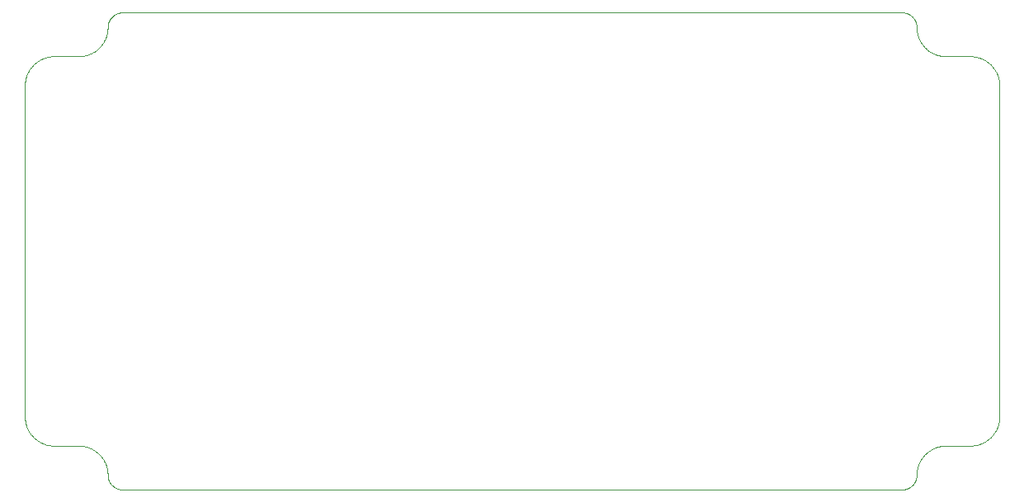
<source format=gbp>
G75*
%MOIN*%
%OFA0B0*%
%FSLAX25Y25*%
%IPPOS*%
%LPD*%
%AMOC8*
5,1,8,0,0,1.08239X$1,22.5*
%
%ADD10C,0.00394*%
D10*
X0039406Y0022717D02*
X0049249Y0022717D01*
X0039406Y0022717D02*
X0039121Y0022720D01*
X0038835Y0022731D01*
X0038550Y0022748D01*
X0038266Y0022772D01*
X0037982Y0022803D01*
X0037699Y0022841D01*
X0037418Y0022886D01*
X0037137Y0022937D01*
X0036857Y0022995D01*
X0036579Y0023060D01*
X0036303Y0023132D01*
X0036029Y0023210D01*
X0035756Y0023295D01*
X0035486Y0023387D01*
X0035218Y0023485D01*
X0034952Y0023589D01*
X0034689Y0023700D01*
X0034429Y0023817D01*
X0034171Y0023940D01*
X0033917Y0024070D01*
X0033666Y0024206D01*
X0033418Y0024347D01*
X0033174Y0024495D01*
X0032933Y0024648D01*
X0032697Y0024808D01*
X0032464Y0024973D01*
X0032235Y0025143D01*
X0032010Y0025319D01*
X0031790Y0025501D01*
X0031574Y0025687D01*
X0031363Y0025879D01*
X0031156Y0026076D01*
X0030954Y0026278D01*
X0030757Y0026485D01*
X0030565Y0026696D01*
X0030379Y0026912D01*
X0030197Y0027132D01*
X0030021Y0027357D01*
X0029851Y0027586D01*
X0029686Y0027819D01*
X0029526Y0028055D01*
X0029373Y0028296D01*
X0029225Y0028540D01*
X0029084Y0028788D01*
X0028948Y0029039D01*
X0028818Y0029293D01*
X0028695Y0029551D01*
X0028578Y0029811D01*
X0028467Y0030074D01*
X0028363Y0030340D01*
X0028265Y0030608D01*
X0028173Y0030878D01*
X0028088Y0031151D01*
X0028010Y0031425D01*
X0027938Y0031701D01*
X0027873Y0031979D01*
X0027815Y0032259D01*
X0027764Y0032540D01*
X0027719Y0032821D01*
X0027681Y0033104D01*
X0027650Y0033388D01*
X0027626Y0033672D01*
X0027609Y0033957D01*
X0027598Y0034243D01*
X0027595Y0034528D01*
X0027595Y0168386D01*
X0027598Y0168671D01*
X0027609Y0168957D01*
X0027626Y0169242D01*
X0027650Y0169526D01*
X0027681Y0169810D01*
X0027719Y0170093D01*
X0027764Y0170374D01*
X0027815Y0170655D01*
X0027873Y0170935D01*
X0027938Y0171213D01*
X0028010Y0171489D01*
X0028088Y0171763D01*
X0028173Y0172036D01*
X0028265Y0172306D01*
X0028363Y0172574D01*
X0028467Y0172840D01*
X0028578Y0173103D01*
X0028695Y0173363D01*
X0028818Y0173621D01*
X0028948Y0173875D01*
X0029084Y0174126D01*
X0029225Y0174374D01*
X0029373Y0174618D01*
X0029526Y0174859D01*
X0029686Y0175095D01*
X0029851Y0175328D01*
X0030021Y0175557D01*
X0030197Y0175782D01*
X0030379Y0176002D01*
X0030565Y0176218D01*
X0030757Y0176429D01*
X0030954Y0176636D01*
X0031156Y0176838D01*
X0031363Y0177035D01*
X0031574Y0177227D01*
X0031790Y0177413D01*
X0032010Y0177595D01*
X0032235Y0177771D01*
X0032464Y0177941D01*
X0032697Y0178106D01*
X0032933Y0178266D01*
X0033174Y0178419D01*
X0033418Y0178567D01*
X0033666Y0178708D01*
X0033917Y0178844D01*
X0034171Y0178974D01*
X0034429Y0179097D01*
X0034689Y0179214D01*
X0034952Y0179325D01*
X0035218Y0179429D01*
X0035486Y0179527D01*
X0035756Y0179619D01*
X0036029Y0179704D01*
X0036303Y0179782D01*
X0036579Y0179854D01*
X0036857Y0179919D01*
X0037137Y0179977D01*
X0037418Y0180028D01*
X0037699Y0180073D01*
X0037982Y0180111D01*
X0038266Y0180142D01*
X0038550Y0180166D01*
X0038835Y0180183D01*
X0039121Y0180194D01*
X0039406Y0180197D01*
X0049249Y0180197D01*
X0049534Y0180200D01*
X0049820Y0180211D01*
X0050105Y0180228D01*
X0050389Y0180252D01*
X0050673Y0180283D01*
X0050956Y0180321D01*
X0051237Y0180366D01*
X0051518Y0180417D01*
X0051798Y0180475D01*
X0052076Y0180540D01*
X0052352Y0180612D01*
X0052626Y0180690D01*
X0052899Y0180775D01*
X0053169Y0180867D01*
X0053437Y0180965D01*
X0053703Y0181069D01*
X0053966Y0181180D01*
X0054226Y0181297D01*
X0054484Y0181420D01*
X0054738Y0181550D01*
X0054989Y0181686D01*
X0055237Y0181827D01*
X0055481Y0181975D01*
X0055722Y0182128D01*
X0055958Y0182288D01*
X0056191Y0182453D01*
X0056420Y0182623D01*
X0056645Y0182799D01*
X0056865Y0182981D01*
X0057081Y0183167D01*
X0057292Y0183359D01*
X0057499Y0183556D01*
X0057701Y0183758D01*
X0057898Y0183965D01*
X0058090Y0184176D01*
X0058276Y0184392D01*
X0058458Y0184612D01*
X0058634Y0184837D01*
X0058804Y0185066D01*
X0058969Y0185299D01*
X0059129Y0185535D01*
X0059282Y0185776D01*
X0059430Y0186020D01*
X0059571Y0186268D01*
X0059707Y0186519D01*
X0059837Y0186773D01*
X0059960Y0187031D01*
X0060077Y0187291D01*
X0060188Y0187554D01*
X0060292Y0187820D01*
X0060390Y0188088D01*
X0060482Y0188358D01*
X0060567Y0188631D01*
X0060645Y0188905D01*
X0060717Y0189181D01*
X0060782Y0189459D01*
X0060840Y0189739D01*
X0060891Y0190020D01*
X0060936Y0190301D01*
X0060974Y0190584D01*
X0061005Y0190868D01*
X0061029Y0191152D01*
X0061046Y0191437D01*
X0061057Y0191723D01*
X0061060Y0192008D01*
X0061059Y0192008D02*
X0061061Y0192160D01*
X0061067Y0192312D01*
X0061077Y0192464D01*
X0061090Y0192615D01*
X0061108Y0192766D01*
X0061129Y0192917D01*
X0061155Y0193067D01*
X0061184Y0193216D01*
X0061217Y0193365D01*
X0061254Y0193512D01*
X0061294Y0193659D01*
X0061339Y0193804D01*
X0061387Y0193948D01*
X0061439Y0194091D01*
X0061494Y0194233D01*
X0061553Y0194373D01*
X0061616Y0194512D01*
X0061682Y0194649D01*
X0061752Y0194784D01*
X0061825Y0194917D01*
X0061902Y0195048D01*
X0061982Y0195178D01*
X0062065Y0195305D01*
X0062151Y0195430D01*
X0062241Y0195553D01*
X0062334Y0195673D01*
X0062430Y0195791D01*
X0062529Y0195907D01*
X0062631Y0196020D01*
X0062735Y0196130D01*
X0062843Y0196238D01*
X0062953Y0196342D01*
X0063066Y0196444D01*
X0063182Y0196543D01*
X0063300Y0196639D01*
X0063420Y0196732D01*
X0063543Y0196822D01*
X0063668Y0196908D01*
X0063795Y0196991D01*
X0063925Y0197071D01*
X0064056Y0197148D01*
X0064189Y0197221D01*
X0064324Y0197291D01*
X0064461Y0197357D01*
X0064600Y0197420D01*
X0064740Y0197479D01*
X0064882Y0197534D01*
X0065025Y0197586D01*
X0065169Y0197634D01*
X0065314Y0197679D01*
X0065461Y0197719D01*
X0065608Y0197756D01*
X0065757Y0197789D01*
X0065906Y0197818D01*
X0066056Y0197844D01*
X0066207Y0197865D01*
X0066358Y0197883D01*
X0066509Y0197896D01*
X0066661Y0197906D01*
X0066813Y0197912D01*
X0066965Y0197914D01*
X0066965Y0197913D02*
X0381926Y0197913D01*
X0381926Y0197914D02*
X0382078Y0197912D01*
X0382230Y0197906D01*
X0382382Y0197896D01*
X0382533Y0197883D01*
X0382684Y0197865D01*
X0382835Y0197844D01*
X0382985Y0197818D01*
X0383134Y0197789D01*
X0383283Y0197756D01*
X0383430Y0197719D01*
X0383577Y0197679D01*
X0383722Y0197634D01*
X0383866Y0197586D01*
X0384009Y0197534D01*
X0384151Y0197479D01*
X0384291Y0197420D01*
X0384430Y0197357D01*
X0384567Y0197291D01*
X0384702Y0197221D01*
X0384835Y0197148D01*
X0384966Y0197071D01*
X0385096Y0196991D01*
X0385223Y0196908D01*
X0385348Y0196822D01*
X0385471Y0196732D01*
X0385591Y0196639D01*
X0385709Y0196543D01*
X0385825Y0196444D01*
X0385938Y0196342D01*
X0386048Y0196238D01*
X0386156Y0196130D01*
X0386260Y0196020D01*
X0386362Y0195907D01*
X0386461Y0195791D01*
X0386557Y0195673D01*
X0386650Y0195553D01*
X0386740Y0195430D01*
X0386826Y0195305D01*
X0386909Y0195178D01*
X0386989Y0195048D01*
X0387066Y0194917D01*
X0387139Y0194784D01*
X0387209Y0194649D01*
X0387275Y0194512D01*
X0387338Y0194373D01*
X0387397Y0194233D01*
X0387452Y0194091D01*
X0387504Y0193948D01*
X0387552Y0193804D01*
X0387597Y0193659D01*
X0387637Y0193512D01*
X0387674Y0193365D01*
X0387707Y0193216D01*
X0387736Y0193067D01*
X0387762Y0192917D01*
X0387783Y0192766D01*
X0387801Y0192615D01*
X0387814Y0192464D01*
X0387824Y0192312D01*
X0387830Y0192160D01*
X0387832Y0192008D01*
X0387831Y0192008D02*
X0387834Y0191723D01*
X0387845Y0191437D01*
X0387862Y0191152D01*
X0387886Y0190868D01*
X0387917Y0190584D01*
X0387955Y0190301D01*
X0388000Y0190020D01*
X0388051Y0189739D01*
X0388109Y0189459D01*
X0388174Y0189181D01*
X0388246Y0188905D01*
X0388324Y0188631D01*
X0388409Y0188358D01*
X0388501Y0188088D01*
X0388599Y0187820D01*
X0388703Y0187554D01*
X0388814Y0187291D01*
X0388931Y0187031D01*
X0389054Y0186773D01*
X0389184Y0186519D01*
X0389320Y0186268D01*
X0389461Y0186020D01*
X0389609Y0185776D01*
X0389762Y0185535D01*
X0389922Y0185299D01*
X0390087Y0185066D01*
X0390257Y0184837D01*
X0390433Y0184612D01*
X0390615Y0184392D01*
X0390801Y0184176D01*
X0390993Y0183965D01*
X0391190Y0183758D01*
X0391392Y0183556D01*
X0391599Y0183359D01*
X0391810Y0183167D01*
X0392026Y0182981D01*
X0392246Y0182799D01*
X0392471Y0182623D01*
X0392700Y0182453D01*
X0392933Y0182288D01*
X0393169Y0182128D01*
X0393410Y0181975D01*
X0393654Y0181827D01*
X0393902Y0181686D01*
X0394153Y0181550D01*
X0394407Y0181420D01*
X0394665Y0181297D01*
X0394925Y0181180D01*
X0395188Y0181069D01*
X0395454Y0180965D01*
X0395722Y0180867D01*
X0395992Y0180775D01*
X0396265Y0180690D01*
X0396539Y0180612D01*
X0396815Y0180540D01*
X0397093Y0180475D01*
X0397373Y0180417D01*
X0397654Y0180366D01*
X0397935Y0180321D01*
X0398218Y0180283D01*
X0398502Y0180252D01*
X0398786Y0180228D01*
X0399071Y0180211D01*
X0399357Y0180200D01*
X0399642Y0180197D01*
X0409485Y0180197D01*
X0409770Y0180194D01*
X0410056Y0180183D01*
X0410341Y0180166D01*
X0410625Y0180142D01*
X0410909Y0180111D01*
X0411192Y0180073D01*
X0411473Y0180028D01*
X0411754Y0179977D01*
X0412034Y0179919D01*
X0412312Y0179854D01*
X0412588Y0179782D01*
X0412862Y0179704D01*
X0413135Y0179619D01*
X0413405Y0179527D01*
X0413673Y0179429D01*
X0413939Y0179325D01*
X0414202Y0179214D01*
X0414462Y0179097D01*
X0414720Y0178974D01*
X0414974Y0178844D01*
X0415225Y0178708D01*
X0415473Y0178567D01*
X0415717Y0178419D01*
X0415958Y0178266D01*
X0416194Y0178106D01*
X0416427Y0177941D01*
X0416656Y0177771D01*
X0416881Y0177595D01*
X0417101Y0177413D01*
X0417317Y0177227D01*
X0417528Y0177035D01*
X0417735Y0176838D01*
X0417937Y0176636D01*
X0418134Y0176429D01*
X0418326Y0176218D01*
X0418512Y0176002D01*
X0418694Y0175782D01*
X0418870Y0175557D01*
X0419040Y0175328D01*
X0419205Y0175095D01*
X0419365Y0174859D01*
X0419518Y0174618D01*
X0419666Y0174374D01*
X0419807Y0174126D01*
X0419943Y0173875D01*
X0420073Y0173621D01*
X0420196Y0173363D01*
X0420313Y0173103D01*
X0420424Y0172840D01*
X0420528Y0172574D01*
X0420626Y0172306D01*
X0420718Y0172036D01*
X0420803Y0171763D01*
X0420881Y0171489D01*
X0420953Y0171213D01*
X0421018Y0170935D01*
X0421076Y0170655D01*
X0421127Y0170374D01*
X0421172Y0170093D01*
X0421210Y0169810D01*
X0421241Y0169526D01*
X0421265Y0169242D01*
X0421282Y0168957D01*
X0421293Y0168671D01*
X0421296Y0168386D01*
X0421296Y0034528D01*
X0421293Y0034243D01*
X0421282Y0033957D01*
X0421265Y0033672D01*
X0421241Y0033388D01*
X0421210Y0033104D01*
X0421172Y0032821D01*
X0421127Y0032540D01*
X0421076Y0032259D01*
X0421018Y0031979D01*
X0420953Y0031701D01*
X0420881Y0031425D01*
X0420803Y0031151D01*
X0420718Y0030878D01*
X0420626Y0030608D01*
X0420528Y0030340D01*
X0420424Y0030074D01*
X0420313Y0029811D01*
X0420196Y0029551D01*
X0420073Y0029293D01*
X0419943Y0029039D01*
X0419807Y0028788D01*
X0419666Y0028540D01*
X0419518Y0028296D01*
X0419365Y0028055D01*
X0419205Y0027819D01*
X0419040Y0027586D01*
X0418870Y0027357D01*
X0418694Y0027132D01*
X0418512Y0026912D01*
X0418326Y0026696D01*
X0418134Y0026485D01*
X0417937Y0026278D01*
X0417735Y0026076D01*
X0417528Y0025879D01*
X0417317Y0025687D01*
X0417101Y0025501D01*
X0416881Y0025319D01*
X0416656Y0025143D01*
X0416427Y0024973D01*
X0416194Y0024808D01*
X0415958Y0024648D01*
X0415717Y0024495D01*
X0415473Y0024347D01*
X0415225Y0024206D01*
X0414974Y0024070D01*
X0414720Y0023940D01*
X0414462Y0023817D01*
X0414202Y0023700D01*
X0413939Y0023589D01*
X0413673Y0023485D01*
X0413405Y0023387D01*
X0413135Y0023295D01*
X0412862Y0023210D01*
X0412588Y0023132D01*
X0412312Y0023060D01*
X0412034Y0022995D01*
X0411754Y0022937D01*
X0411473Y0022886D01*
X0411192Y0022841D01*
X0410909Y0022803D01*
X0410625Y0022772D01*
X0410341Y0022748D01*
X0410056Y0022731D01*
X0409770Y0022720D01*
X0409485Y0022717D01*
X0399642Y0022717D01*
X0399357Y0022714D01*
X0399071Y0022703D01*
X0398786Y0022686D01*
X0398502Y0022662D01*
X0398218Y0022631D01*
X0397935Y0022593D01*
X0397654Y0022548D01*
X0397373Y0022497D01*
X0397093Y0022439D01*
X0396815Y0022374D01*
X0396539Y0022302D01*
X0396265Y0022224D01*
X0395992Y0022139D01*
X0395722Y0022047D01*
X0395454Y0021949D01*
X0395188Y0021845D01*
X0394925Y0021734D01*
X0394665Y0021617D01*
X0394407Y0021494D01*
X0394153Y0021364D01*
X0393902Y0021228D01*
X0393654Y0021087D01*
X0393410Y0020939D01*
X0393169Y0020786D01*
X0392933Y0020626D01*
X0392700Y0020461D01*
X0392471Y0020291D01*
X0392246Y0020115D01*
X0392026Y0019933D01*
X0391810Y0019747D01*
X0391599Y0019555D01*
X0391392Y0019358D01*
X0391190Y0019156D01*
X0390993Y0018949D01*
X0390801Y0018738D01*
X0390615Y0018522D01*
X0390433Y0018302D01*
X0390257Y0018077D01*
X0390087Y0017848D01*
X0389922Y0017615D01*
X0389762Y0017379D01*
X0389609Y0017138D01*
X0389461Y0016894D01*
X0389320Y0016646D01*
X0389184Y0016395D01*
X0389054Y0016141D01*
X0388931Y0015883D01*
X0388814Y0015623D01*
X0388703Y0015360D01*
X0388599Y0015094D01*
X0388501Y0014826D01*
X0388409Y0014556D01*
X0388324Y0014283D01*
X0388246Y0014009D01*
X0388174Y0013733D01*
X0388109Y0013455D01*
X0388051Y0013175D01*
X0388000Y0012894D01*
X0387955Y0012613D01*
X0387917Y0012330D01*
X0387886Y0012046D01*
X0387862Y0011762D01*
X0387845Y0011477D01*
X0387834Y0011191D01*
X0387831Y0010906D01*
X0387832Y0010906D02*
X0387830Y0010754D01*
X0387824Y0010602D01*
X0387814Y0010450D01*
X0387801Y0010299D01*
X0387783Y0010148D01*
X0387762Y0009997D01*
X0387736Y0009847D01*
X0387707Y0009698D01*
X0387674Y0009549D01*
X0387637Y0009402D01*
X0387597Y0009255D01*
X0387552Y0009110D01*
X0387504Y0008966D01*
X0387452Y0008823D01*
X0387397Y0008681D01*
X0387338Y0008541D01*
X0387275Y0008402D01*
X0387209Y0008265D01*
X0387139Y0008130D01*
X0387066Y0007997D01*
X0386989Y0007866D01*
X0386909Y0007736D01*
X0386826Y0007609D01*
X0386740Y0007484D01*
X0386650Y0007361D01*
X0386557Y0007241D01*
X0386461Y0007123D01*
X0386362Y0007007D01*
X0386260Y0006894D01*
X0386156Y0006784D01*
X0386048Y0006676D01*
X0385938Y0006572D01*
X0385825Y0006470D01*
X0385709Y0006371D01*
X0385591Y0006275D01*
X0385471Y0006182D01*
X0385348Y0006092D01*
X0385223Y0006006D01*
X0385096Y0005923D01*
X0384966Y0005843D01*
X0384835Y0005766D01*
X0384702Y0005693D01*
X0384567Y0005623D01*
X0384430Y0005557D01*
X0384291Y0005494D01*
X0384151Y0005435D01*
X0384009Y0005380D01*
X0383866Y0005328D01*
X0383722Y0005280D01*
X0383577Y0005235D01*
X0383430Y0005195D01*
X0383283Y0005158D01*
X0383134Y0005125D01*
X0382985Y0005096D01*
X0382835Y0005070D01*
X0382684Y0005049D01*
X0382533Y0005031D01*
X0382382Y0005018D01*
X0382230Y0005008D01*
X0382078Y0005002D01*
X0381926Y0005000D01*
X0066965Y0005000D01*
X0066813Y0005002D01*
X0066661Y0005008D01*
X0066509Y0005018D01*
X0066358Y0005031D01*
X0066207Y0005049D01*
X0066056Y0005070D01*
X0065906Y0005096D01*
X0065757Y0005125D01*
X0065608Y0005158D01*
X0065461Y0005195D01*
X0065314Y0005235D01*
X0065169Y0005280D01*
X0065025Y0005328D01*
X0064882Y0005380D01*
X0064740Y0005435D01*
X0064600Y0005494D01*
X0064461Y0005557D01*
X0064324Y0005623D01*
X0064189Y0005693D01*
X0064056Y0005766D01*
X0063925Y0005843D01*
X0063795Y0005923D01*
X0063668Y0006006D01*
X0063543Y0006092D01*
X0063420Y0006182D01*
X0063300Y0006275D01*
X0063182Y0006371D01*
X0063066Y0006470D01*
X0062953Y0006572D01*
X0062843Y0006676D01*
X0062735Y0006784D01*
X0062631Y0006894D01*
X0062529Y0007007D01*
X0062430Y0007123D01*
X0062334Y0007241D01*
X0062241Y0007361D01*
X0062151Y0007484D01*
X0062065Y0007609D01*
X0061982Y0007736D01*
X0061902Y0007866D01*
X0061825Y0007997D01*
X0061752Y0008130D01*
X0061682Y0008265D01*
X0061616Y0008402D01*
X0061553Y0008541D01*
X0061494Y0008681D01*
X0061439Y0008823D01*
X0061387Y0008966D01*
X0061339Y0009110D01*
X0061294Y0009255D01*
X0061254Y0009402D01*
X0061217Y0009549D01*
X0061184Y0009698D01*
X0061155Y0009847D01*
X0061129Y0009997D01*
X0061108Y0010148D01*
X0061090Y0010299D01*
X0061077Y0010450D01*
X0061067Y0010602D01*
X0061061Y0010754D01*
X0061059Y0010906D01*
X0061060Y0010906D02*
X0061057Y0011191D01*
X0061046Y0011477D01*
X0061029Y0011762D01*
X0061005Y0012046D01*
X0060974Y0012330D01*
X0060936Y0012613D01*
X0060891Y0012894D01*
X0060840Y0013175D01*
X0060782Y0013455D01*
X0060717Y0013733D01*
X0060645Y0014009D01*
X0060567Y0014283D01*
X0060482Y0014556D01*
X0060390Y0014826D01*
X0060292Y0015094D01*
X0060188Y0015360D01*
X0060077Y0015623D01*
X0059960Y0015883D01*
X0059837Y0016141D01*
X0059707Y0016395D01*
X0059571Y0016646D01*
X0059430Y0016894D01*
X0059282Y0017138D01*
X0059129Y0017379D01*
X0058969Y0017615D01*
X0058804Y0017848D01*
X0058634Y0018077D01*
X0058458Y0018302D01*
X0058276Y0018522D01*
X0058090Y0018738D01*
X0057898Y0018949D01*
X0057701Y0019156D01*
X0057499Y0019358D01*
X0057292Y0019555D01*
X0057081Y0019747D01*
X0056865Y0019933D01*
X0056645Y0020115D01*
X0056420Y0020291D01*
X0056191Y0020461D01*
X0055958Y0020626D01*
X0055722Y0020786D01*
X0055481Y0020939D01*
X0055237Y0021087D01*
X0054989Y0021228D01*
X0054738Y0021364D01*
X0054484Y0021494D01*
X0054226Y0021617D01*
X0053966Y0021734D01*
X0053703Y0021845D01*
X0053437Y0021949D01*
X0053169Y0022047D01*
X0052899Y0022139D01*
X0052626Y0022224D01*
X0052352Y0022302D01*
X0052076Y0022374D01*
X0051798Y0022439D01*
X0051518Y0022497D01*
X0051237Y0022548D01*
X0050956Y0022593D01*
X0050673Y0022631D01*
X0050389Y0022662D01*
X0050105Y0022686D01*
X0049820Y0022703D01*
X0049534Y0022714D01*
X0049249Y0022717D01*
M02*

</source>
